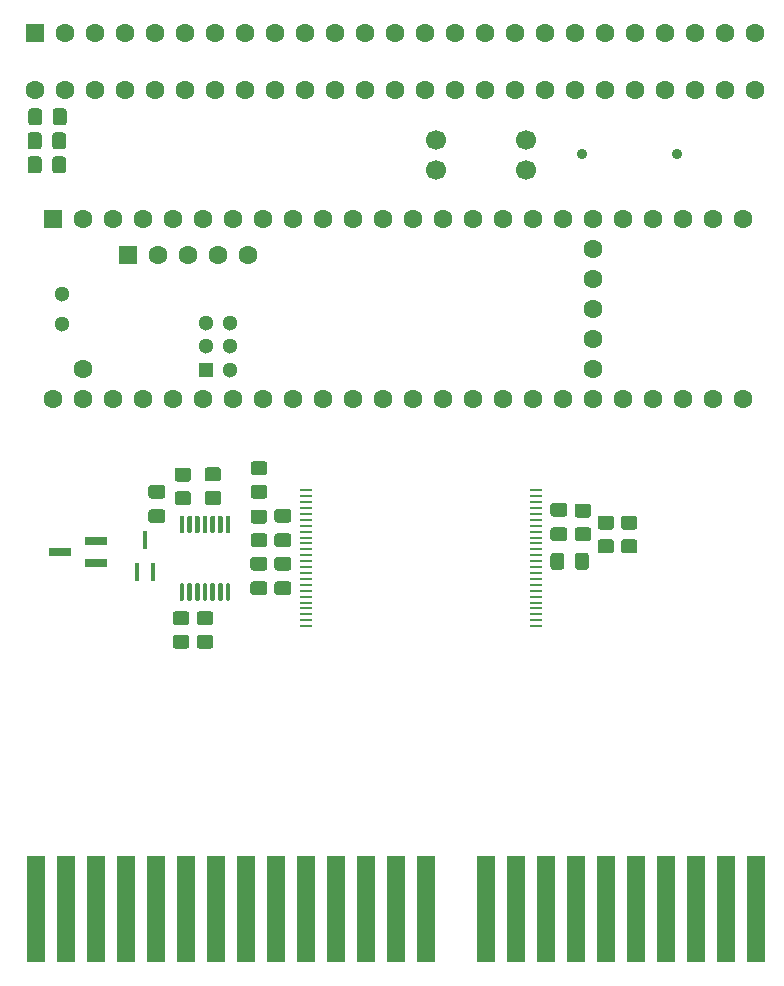
<source format=gbr>
G04 #@! TF.GenerationSoftware,KiCad,Pcbnew,(5.1.9)-1*
G04 #@! TF.CreationDate,2021-04-12T22:08:35-04:00*
G04 #@! TF.ProjectId,cartridge,63617274-7269-4646-9765-2e6b69636164,rev?*
G04 #@! TF.SameCoordinates,Original*
G04 #@! TF.FileFunction,Soldermask,Top*
G04 #@! TF.FilePolarity,Negative*
%FSLAX46Y46*%
G04 Gerber Fmt 4.6, Leading zero omitted, Abs format (unit mm)*
G04 Created by KiCad (PCBNEW (5.1.9)-1) date 2021-04-12 22:08:35*
%MOMM*%
%LPD*%
G01*
G04 APERTURE LIST*
%ADD10R,1.100000X0.250000*%
%ADD11C,1.600200*%
%ADD12R,1.524000X1.524000*%
%ADD13R,1.600000X9.000000*%
%ADD14R,1.900000X0.800000*%
%ADD15R,0.450000X1.500000*%
%ADD16C,1.700000*%
%ADD17C,0.900000*%
%ADD18C,1.600000*%
%ADD19R,1.600000X1.600000*%
%ADD20R,1.300000X1.300000*%
%ADD21C,1.300000*%
G04 APERTURE END LIST*
D10*
X142992900Y-113179300D03*
X142992900Y-112679300D03*
X142992900Y-112179300D03*
X142992900Y-111679300D03*
X142992900Y-111179300D03*
X142992900Y-110679300D03*
X142992900Y-110179300D03*
X142992900Y-109679300D03*
X142992900Y-109179300D03*
X142992900Y-108679300D03*
X142992900Y-108179300D03*
X142992900Y-107679300D03*
X142992900Y-107179300D03*
X142992900Y-106679300D03*
X142992900Y-106179300D03*
X142992900Y-105679300D03*
X142992900Y-105179300D03*
X142992900Y-104679300D03*
X142992900Y-104179300D03*
X142992900Y-103679300D03*
X142992900Y-103179300D03*
X142992900Y-102679300D03*
X142992900Y-102179300D03*
X162492900Y-101679300D03*
X162492900Y-102179300D03*
X162492900Y-102679300D03*
X162492900Y-103179300D03*
X162492900Y-103679300D03*
X162492900Y-104179300D03*
X162492900Y-104679300D03*
X162492900Y-105179300D03*
X162492900Y-105679300D03*
X162492900Y-106179300D03*
X162492900Y-106679300D03*
X162492900Y-107179300D03*
X162492900Y-107679300D03*
X162492900Y-108179300D03*
X162492900Y-108679300D03*
X162492900Y-109179300D03*
X162492900Y-109679300D03*
X162492900Y-110179300D03*
X162492900Y-110679300D03*
X162492900Y-111179300D03*
X162492900Y-111679300D03*
X162492900Y-112179300D03*
X162492900Y-112679300D03*
X142992900Y-101679300D03*
X162492900Y-113179300D03*
G36*
G01*
X167951999Y-105826000D02*
X168852001Y-105826000D01*
G75*
G02*
X169102000Y-106075999I0J-249999D01*
G01*
X169102000Y-106776001D01*
G75*
G02*
X168852001Y-107026000I-249999J0D01*
G01*
X167951999Y-107026000D01*
G75*
G02*
X167702000Y-106776001I0J249999D01*
G01*
X167702000Y-106075999D01*
G75*
G02*
X167951999Y-105826000I249999J0D01*
G01*
G37*
G36*
G01*
X167951999Y-103826000D02*
X168852001Y-103826000D01*
G75*
G02*
X169102000Y-104075999I0J-249999D01*
G01*
X169102000Y-104776001D01*
G75*
G02*
X168852001Y-105026000I-249999J0D01*
G01*
X167951999Y-105026000D01*
G75*
G02*
X167702000Y-104776001I0J249999D01*
G01*
X167702000Y-104075999D01*
G75*
G02*
X167951999Y-103826000I249999J0D01*
G01*
G37*
G36*
G01*
X169920499Y-103826000D02*
X170820501Y-103826000D01*
G75*
G02*
X171070500Y-104075999I0J-249999D01*
G01*
X171070500Y-104776001D01*
G75*
G02*
X170820501Y-105026000I-249999J0D01*
G01*
X169920499Y-105026000D01*
G75*
G02*
X169670500Y-104776001I0J249999D01*
G01*
X169670500Y-104075999D01*
G75*
G02*
X169920499Y-103826000I249999J0D01*
G01*
G37*
G36*
G01*
X169920499Y-105826000D02*
X170820501Y-105826000D01*
G75*
G02*
X171070500Y-106075999I0J-249999D01*
G01*
X171070500Y-106776001D01*
G75*
G02*
X170820501Y-107026000I-249999J0D01*
G01*
X169920499Y-107026000D01*
G75*
G02*
X169670500Y-106776001I0J249999D01*
G01*
X169670500Y-106075999D01*
G75*
G02*
X169920499Y-105826000I249999J0D01*
G01*
G37*
G36*
G01*
X166957500Y-107221000D02*
X166957500Y-108171000D01*
G75*
G02*
X166707500Y-108421000I-250000J0D01*
G01*
X166032500Y-108421000D01*
G75*
G02*
X165782500Y-108171000I0J250000D01*
G01*
X165782500Y-107221000D01*
G75*
G02*
X166032500Y-106971000I250000J0D01*
G01*
X166707500Y-106971000D01*
G75*
G02*
X166957500Y-107221000I0J-250000D01*
G01*
G37*
G36*
G01*
X164882500Y-107221000D02*
X164882500Y-108171000D01*
G75*
G02*
X164632500Y-108421000I-250000J0D01*
G01*
X163957500Y-108421000D01*
G75*
G02*
X163707500Y-108171000I0J250000D01*
G01*
X163707500Y-107221000D01*
G75*
G02*
X163957500Y-106971000I250000J0D01*
G01*
X164632500Y-106971000D01*
G75*
G02*
X164882500Y-107221000I0J-250000D01*
G01*
G37*
D11*
X181038500Y-67779900D03*
X178498500Y-67779900D03*
X175958500Y-67779900D03*
X173418500Y-67779900D03*
X170878500Y-67779900D03*
X168338500Y-67779900D03*
X165798500Y-67779900D03*
X163258500Y-67779900D03*
X160718500Y-67779900D03*
X158178500Y-67779900D03*
X155638500Y-67779900D03*
X153098500Y-67779900D03*
X150558500Y-67779900D03*
X148018500Y-67779900D03*
X145478500Y-67779900D03*
X142938500Y-67779900D03*
X140398500Y-67779900D03*
X137858500Y-67779900D03*
X135318500Y-67779900D03*
X132778500Y-67779900D03*
X130238500Y-67779900D03*
X127698500Y-67779900D03*
X125158500Y-67779900D03*
X122618500Y-67779900D03*
X120078500Y-67779900D03*
X181038500Y-62928500D03*
X178498500Y-62928500D03*
X175958500Y-62928500D03*
X173418500Y-62928500D03*
X170878500Y-62928500D03*
X168338500Y-62928500D03*
X165798500Y-62928500D03*
X163258500Y-62928500D03*
X160718500Y-62928500D03*
X158178500Y-62928500D03*
X155638500Y-62928500D03*
X153098500Y-62928500D03*
X150558500Y-62928500D03*
X148018500Y-62928500D03*
X145478500Y-62928500D03*
X142938500Y-62928500D03*
X140398500Y-62928500D03*
X137858500Y-62928500D03*
X135318500Y-62928500D03*
X132778500Y-62928500D03*
X130238500Y-62928500D03*
X127698500Y-62928500D03*
X125158500Y-62928500D03*
X122618500Y-62928500D03*
D12*
X120078500Y-62928500D03*
G36*
G01*
X138551900Y-107306800D02*
X139501900Y-107306800D01*
G75*
G02*
X139751900Y-107556800I0J-250000D01*
G01*
X139751900Y-108231800D01*
G75*
G02*
X139501900Y-108481800I-250000J0D01*
G01*
X138551900Y-108481800D01*
G75*
G02*
X138301900Y-108231800I0J250000D01*
G01*
X138301900Y-107556800D01*
G75*
G02*
X138551900Y-107306800I250000J0D01*
G01*
G37*
G36*
G01*
X138551900Y-109381800D02*
X139501900Y-109381800D01*
G75*
G02*
X139751900Y-109631800I0J-250000D01*
G01*
X139751900Y-110306800D01*
G75*
G02*
X139501900Y-110556800I-250000J0D01*
G01*
X138551900Y-110556800D01*
G75*
G02*
X138301900Y-110306800I0J250000D01*
G01*
X138301900Y-109631800D01*
G75*
G02*
X138551900Y-109381800I250000J0D01*
G01*
G37*
G36*
G01*
X140583900Y-107306800D02*
X141533900Y-107306800D01*
G75*
G02*
X141783900Y-107556800I0J-250000D01*
G01*
X141783900Y-108231800D01*
G75*
G02*
X141533900Y-108481800I-250000J0D01*
G01*
X140583900Y-108481800D01*
G75*
G02*
X140333900Y-108231800I0J250000D01*
G01*
X140333900Y-107556800D01*
G75*
G02*
X140583900Y-107306800I250000J0D01*
G01*
G37*
G36*
G01*
X140583900Y-109381800D02*
X141533900Y-109381800D01*
G75*
G02*
X141783900Y-109631800I0J-250000D01*
G01*
X141783900Y-110306800D01*
G75*
G02*
X141533900Y-110556800I-250000J0D01*
G01*
X140583900Y-110556800D01*
G75*
G02*
X140333900Y-110306800I0J250000D01*
G01*
X140333900Y-109631800D01*
G75*
G02*
X140583900Y-109381800I250000J0D01*
G01*
G37*
G36*
G01*
X130865900Y-102385800D02*
X129915900Y-102385800D01*
G75*
G02*
X129665900Y-102135800I0J250000D01*
G01*
X129665900Y-101460800D01*
G75*
G02*
X129915900Y-101210800I250000J0D01*
G01*
X130865900Y-101210800D01*
G75*
G02*
X131115900Y-101460800I0J-250000D01*
G01*
X131115900Y-102135800D01*
G75*
G02*
X130865900Y-102385800I-250000J0D01*
G01*
G37*
G36*
G01*
X130865900Y-104460800D02*
X129915900Y-104460800D01*
G75*
G02*
X129665900Y-104210800I0J250000D01*
G01*
X129665900Y-103535800D01*
G75*
G02*
X129915900Y-103285800I250000J0D01*
G01*
X130865900Y-103285800D01*
G75*
G02*
X131115900Y-103535800I0J-250000D01*
G01*
X131115900Y-104210800D01*
G75*
G02*
X130865900Y-104460800I-250000J0D01*
G01*
G37*
G36*
G01*
X141533900Y-106492800D02*
X140583900Y-106492800D01*
G75*
G02*
X140333900Y-106242800I0J250000D01*
G01*
X140333900Y-105567800D01*
G75*
G02*
X140583900Y-105317800I250000J0D01*
G01*
X141533900Y-105317800D01*
G75*
G02*
X141783900Y-105567800I0J-250000D01*
G01*
X141783900Y-106242800D01*
G75*
G02*
X141533900Y-106492800I-250000J0D01*
G01*
G37*
G36*
G01*
X141533900Y-104417800D02*
X140583900Y-104417800D01*
G75*
G02*
X140333900Y-104167800I0J250000D01*
G01*
X140333900Y-103492800D01*
G75*
G02*
X140583900Y-103242800I250000J0D01*
G01*
X141533900Y-103242800D01*
G75*
G02*
X141783900Y-103492800I0J-250000D01*
G01*
X141783900Y-104167800D01*
G75*
G02*
X141533900Y-104417800I-250000J0D01*
G01*
G37*
G36*
G01*
X121523000Y-74604900D02*
X121523000Y-73654900D01*
G75*
G02*
X121773000Y-73404900I250000J0D01*
G01*
X122448000Y-73404900D01*
G75*
G02*
X122698000Y-73654900I0J-250000D01*
G01*
X122698000Y-74604900D01*
G75*
G02*
X122448000Y-74854900I-250000J0D01*
G01*
X121773000Y-74854900D01*
G75*
G02*
X121523000Y-74604900I0J250000D01*
G01*
G37*
G36*
G01*
X119448000Y-74604900D02*
X119448000Y-73654900D01*
G75*
G02*
X119698000Y-73404900I250000J0D01*
G01*
X120373000Y-73404900D01*
G75*
G02*
X120623000Y-73654900I0J-250000D01*
G01*
X120623000Y-74604900D01*
G75*
G02*
X120373000Y-74854900I-250000J0D01*
G01*
X119698000Y-74854900D01*
G75*
G02*
X119448000Y-74604900I0J250000D01*
G01*
G37*
G36*
G01*
X121523000Y-72572900D02*
X121523000Y-71622900D01*
G75*
G02*
X121773000Y-71372900I250000J0D01*
G01*
X122448000Y-71372900D01*
G75*
G02*
X122698000Y-71622900I0J-250000D01*
G01*
X122698000Y-72572900D01*
G75*
G02*
X122448000Y-72822900I-250000J0D01*
G01*
X121773000Y-72822900D01*
G75*
G02*
X121523000Y-72572900I0J250000D01*
G01*
G37*
G36*
G01*
X119448000Y-72572900D02*
X119448000Y-71622900D01*
G75*
G02*
X119698000Y-71372900I250000J0D01*
G01*
X120373000Y-71372900D01*
G75*
G02*
X120623000Y-71622900I0J-250000D01*
G01*
X120623000Y-72572900D01*
G75*
G02*
X120373000Y-72822900I-250000J0D01*
G01*
X119698000Y-72822900D01*
G75*
G02*
X119448000Y-72572900I0J250000D01*
G01*
G37*
G36*
G01*
X119491000Y-70540900D02*
X119491000Y-69590900D01*
G75*
G02*
X119741000Y-69340900I250000J0D01*
G01*
X120416000Y-69340900D01*
G75*
G02*
X120666000Y-69590900I0J-250000D01*
G01*
X120666000Y-70540900D01*
G75*
G02*
X120416000Y-70790900I-250000J0D01*
G01*
X119741000Y-70790900D01*
G75*
G02*
X119491000Y-70540900I0J250000D01*
G01*
G37*
G36*
G01*
X121566000Y-70540900D02*
X121566000Y-69590900D01*
G75*
G02*
X121816000Y-69340900I250000J0D01*
G01*
X122491000Y-69340900D01*
G75*
G02*
X122741000Y-69590900I0J-250000D01*
G01*
X122741000Y-70540900D01*
G75*
G02*
X122491000Y-70790900I-250000J0D01*
G01*
X121816000Y-70790900D01*
G75*
G02*
X121566000Y-70540900I0J250000D01*
G01*
G37*
G36*
G01*
X163951900Y-104809800D02*
X164901900Y-104809800D01*
G75*
G02*
X165151900Y-105059800I0J-250000D01*
G01*
X165151900Y-105734800D01*
G75*
G02*
X164901900Y-105984800I-250000J0D01*
G01*
X163951900Y-105984800D01*
G75*
G02*
X163701900Y-105734800I0J250000D01*
G01*
X163701900Y-105059800D01*
G75*
G02*
X163951900Y-104809800I250000J0D01*
G01*
G37*
G36*
G01*
X163951900Y-102734800D02*
X164901900Y-102734800D01*
G75*
G02*
X165151900Y-102984800I0J-250000D01*
G01*
X165151900Y-103659800D01*
G75*
G02*
X164901900Y-103909800I-250000J0D01*
G01*
X163951900Y-103909800D01*
G75*
G02*
X163701900Y-103659800I0J250000D01*
G01*
X163701900Y-102984800D01*
G75*
G02*
X163951900Y-102734800I250000J0D01*
G01*
G37*
D13*
X120142000Y-137160000D03*
X122682000Y-137160000D03*
X125222000Y-137160000D03*
X127762000Y-137160000D03*
X130302000Y-137160000D03*
X132842000Y-137160000D03*
X135382000Y-137160000D03*
X137922000Y-137160000D03*
X140462000Y-137160000D03*
X143002000Y-137160000D03*
X145542000Y-137160000D03*
X148082000Y-137160000D03*
X150622000Y-137160000D03*
X153162000Y-137160000D03*
X158242000Y-137160000D03*
X160782000Y-137160000D03*
X163322000Y-137160000D03*
X165862000Y-137160000D03*
X168402000Y-137160000D03*
X170942000Y-137160000D03*
X173482000Y-137160000D03*
X176022000Y-137160000D03*
X178562000Y-137160000D03*
X181102000Y-137160000D03*
D14*
X125222000Y-107871300D03*
X125222000Y-105971300D03*
X122222000Y-106921300D03*
D15*
X128724900Y-108565300D03*
X130024900Y-108565300D03*
X129374900Y-105905300D03*
G36*
G01*
X132872901Y-113109300D02*
X131972899Y-113109300D01*
G75*
G02*
X131722900Y-112859301I0J249999D01*
G01*
X131722900Y-112159299D01*
G75*
G02*
X131972899Y-111909300I249999J0D01*
G01*
X132872901Y-111909300D01*
G75*
G02*
X133122900Y-112159299I0J-249999D01*
G01*
X133122900Y-112859301D01*
G75*
G02*
X132872901Y-113109300I-249999J0D01*
G01*
G37*
G36*
G01*
X132872901Y-115109300D02*
X131972899Y-115109300D01*
G75*
G02*
X131722900Y-114859301I0J249999D01*
G01*
X131722900Y-114159299D01*
G75*
G02*
X131972899Y-113909300I249999J0D01*
G01*
X132872901Y-113909300D01*
G75*
G02*
X133122900Y-114159299I0J-249999D01*
G01*
X133122900Y-114859301D01*
G75*
G02*
X132872901Y-115109300I-249999J0D01*
G01*
G37*
G36*
G01*
X134904901Y-115109300D02*
X134004899Y-115109300D01*
G75*
G02*
X133754900Y-114859301I0J249999D01*
G01*
X133754900Y-114159299D01*
G75*
G02*
X134004899Y-113909300I249999J0D01*
G01*
X134904901Y-113909300D01*
G75*
G02*
X135154900Y-114159299I0J-249999D01*
G01*
X135154900Y-114859301D01*
G75*
G02*
X134904901Y-115109300I-249999J0D01*
G01*
G37*
G36*
G01*
X134904901Y-113109300D02*
X134004899Y-113109300D01*
G75*
G02*
X133754900Y-112859301I0J249999D01*
G01*
X133754900Y-112159299D01*
G75*
G02*
X134004899Y-111909300I249999J0D01*
G01*
X134904901Y-111909300D01*
G75*
G02*
X135154900Y-112159299I0J-249999D01*
G01*
X135154900Y-112859301D01*
G75*
G02*
X134904901Y-113109300I-249999J0D01*
G01*
G37*
G36*
G01*
X134677999Y-101730000D02*
X135578001Y-101730000D01*
G75*
G02*
X135828000Y-101979999I0J-249999D01*
G01*
X135828000Y-102680001D01*
G75*
G02*
X135578001Y-102930000I-249999J0D01*
G01*
X134677999Y-102930000D01*
G75*
G02*
X134428000Y-102680001I0J249999D01*
G01*
X134428000Y-101979999D01*
G75*
G02*
X134677999Y-101730000I249999J0D01*
G01*
G37*
G36*
G01*
X134677999Y-99730000D02*
X135578001Y-99730000D01*
G75*
G02*
X135828000Y-99979999I0J-249999D01*
G01*
X135828000Y-100680001D01*
G75*
G02*
X135578001Y-100930000I-249999J0D01*
G01*
X134677999Y-100930000D01*
G75*
G02*
X134428000Y-100680001I0J249999D01*
G01*
X134428000Y-99979999D01*
G75*
G02*
X134677999Y-99730000I249999J0D01*
G01*
G37*
G36*
G01*
X132137999Y-99749300D02*
X133038001Y-99749300D01*
G75*
G02*
X133288000Y-99999299I0J-249999D01*
G01*
X133288000Y-100699301D01*
G75*
G02*
X133038001Y-100949300I-249999J0D01*
G01*
X132137999Y-100949300D01*
G75*
G02*
X131888000Y-100699301I0J249999D01*
G01*
X131888000Y-99999299D01*
G75*
G02*
X132137999Y-99749300I249999J0D01*
G01*
G37*
G36*
G01*
X132137999Y-101749300D02*
X133038001Y-101749300D01*
G75*
G02*
X133288000Y-101999299I0J-249999D01*
G01*
X133288000Y-102699301D01*
G75*
G02*
X133038001Y-102949300I-249999J0D01*
G01*
X132137999Y-102949300D01*
G75*
G02*
X131888000Y-102699301I0J249999D01*
G01*
X131888000Y-101999299D01*
G75*
G02*
X132137999Y-101749300I249999J0D01*
G01*
G37*
G36*
G01*
X138576899Y-105305300D02*
X139476901Y-105305300D01*
G75*
G02*
X139726900Y-105555299I0J-249999D01*
G01*
X139726900Y-106255301D01*
G75*
G02*
X139476901Y-106505300I-249999J0D01*
G01*
X138576899Y-106505300D01*
G75*
G02*
X138326900Y-106255301I0J249999D01*
G01*
X138326900Y-105555299D01*
G75*
G02*
X138576899Y-105305300I249999J0D01*
G01*
G37*
G36*
G01*
X138576899Y-103305300D02*
X139476901Y-103305300D01*
G75*
G02*
X139726900Y-103555299I0J-249999D01*
G01*
X139726900Y-104255301D01*
G75*
G02*
X139476901Y-104505300I-249999J0D01*
G01*
X138576899Y-104505300D01*
G75*
G02*
X138326900Y-104255301I0J249999D01*
G01*
X138326900Y-103555299D01*
G75*
G02*
X138576899Y-103305300I249999J0D01*
G01*
G37*
G36*
G01*
X139476901Y-102409300D02*
X138576899Y-102409300D01*
G75*
G02*
X138326900Y-102159301I0J249999D01*
G01*
X138326900Y-101459299D01*
G75*
G02*
X138576899Y-101209300I249999J0D01*
G01*
X139476901Y-101209300D01*
G75*
G02*
X139726900Y-101459299I0J-249999D01*
G01*
X139726900Y-102159301D01*
G75*
G02*
X139476901Y-102409300I-249999J0D01*
G01*
G37*
G36*
G01*
X139476901Y-100409300D02*
X138576899Y-100409300D01*
G75*
G02*
X138326900Y-100159301I0J249999D01*
G01*
X138326900Y-99459299D01*
G75*
G02*
X138576899Y-99209300I249999J0D01*
G01*
X139476901Y-99209300D01*
G75*
G02*
X139726900Y-99459299I0J-249999D01*
G01*
X139726900Y-100159301D01*
G75*
G02*
X139476901Y-100409300I-249999J0D01*
G01*
G37*
G36*
G01*
X166008899Y-102797300D02*
X166908901Y-102797300D01*
G75*
G02*
X167158900Y-103047299I0J-249999D01*
G01*
X167158900Y-103747301D01*
G75*
G02*
X166908901Y-103997300I-249999J0D01*
G01*
X166008899Y-103997300D01*
G75*
G02*
X165758900Y-103747301I0J249999D01*
G01*
X165758900Y-103047299D01*
G75*
G02*
X166008899Y-102797300I249999J0D01*
G01*
G37*
G36*
G01*
X166008899Y-104797300D02*
X166908901Y-104797300D01*
G75*
G02*
X167158900Y-105047299I0J-249999D01*
G01*
X167158900Y-105747301D01*
G75*
G02*
X166908901Y-105997300I-249999J0D01*
G01*
X166008899Y-105997300D01*
G75*
G02*
X165758900Y-105747301I0J249999D01*
G01*
X165758900Y-105047299D01*
G75*
G02*
X166008899Y-104797300I249999J0D01*
G01*
G37*
D16*
X154051000Y-72009000D03*
X161671000Y-72009000D03*
X161671000Y-74549000D03*
X154051000Y-74549000D03*
D17*
X174386000Y-73184000D03*
X166386000Y-73184000D03*
D18*
X124142500Y-91376500D03*
X138061700Y-81727300D03*
X135521700Y-81727300D03*
X132981700Y-81727300D03*
X130441700Y-81727300D03*
D19*
X127901700Y-81727300D03*
D18*
X121602500Y-93916500D03*
X124142500Y-93916500D03*
X126682500Y-93916500D03*
X129222500Y-93916500D03*
X131762500Y-93916500D03*
X134302500Y-93916500D03*
X136842500Y-93916500D03*
X139382500Y-93916500D03*
X141922500Y-93916500D03*
X144462500Y-93916500D03*
X147002500Y-93916500D03*
X149542500Y-93916500D03*
X152082500Y-93916500D03*
X154622500Y-93916500D03*
D19*
X121602500Y-78676500D03*
D18*
X124142500Y-78676500D03*
X126682500Y-78676500D03*
X129222500Y-78676500D03*
X131762500Y-78676500D03*
X134302500Y-78676500D03*
X136842500Y-78676500D03*
X139382500Y-78676500D03*
X141922500Y-78676500D03*
X144462500Y-78676500D03*
X147002500Y-78676500D03*
X149542500Y-78676500D03*
X152082500Y-78676500D03*
X157162500Y-93916500D03*
X159702500Y-93916500D03*
X162242500Y-93916500D03*
X164782500Y-93916500D03*
X167322500Y-93916500D03*
X169862500Y-93916500D03*
X172402500Y-93916500D03*
X174942500Y-93916500D03*
X177482500Y-93916500D03*
X180022500Y-93916500D03*
X180022500Y-78676500D03*
X177482500Y-78676500D03*
X174942500Y-78676500D03*
X172402500Y-78676500D03*
X154622500Y-78676500D03*
X157162500Y-78676500D03*
X159702500Y-78676500D03*
X169862500Y-78676500D03*
X167322500Y-78676500D03*
X164782500Y-78676500D03*
X162242500Y-78676500D03*
D20*
X134572500Y-91478100D03*
D21*
X136572500Y-91478100D03*
X134572500Y-89478100D03*
X136572500Y-89478100D03*
X136572500Y-87478100D03*
X134572500Y-87478100D03*
D18*
X167322500Y-81216500D03*
X167322500Y-83756500D03*
X167322500Y-86296500D03*
X167322500Y-88836500D03*
X167322500Y-91376500D03*
D21*
X122332500Y-85026500D03*
X122332500Y-87566500D03*
G36*
G01*
X132604900Y-111029300D02*
X132404900Y-111029300D01*
G75*
G02*
X132304900Y-110929300I0J100000D01*
G01*
X132304900Y-109654300D01*
G75*
G02*
X132404900Y-109554300I100000J0D01*
G01*
X132604900Y-109554300D01*
G75*
G02*
X132704900Y-109654300I0J-100000D01*
G01*
X132704900Y-110929300D01*
G75*
G02*
X132604900Y-111029300I-100000J0D01*
G01*
G37*
G36*
G01*
X133254900Y-111029300D02*
X133054900Y-111029300D01*
G75*
G02*
X132954900Y-110929300I0J100000D01*
G01*
X132954900Y-109654300D01*
G75*
G02*
X133054900Y-109554300I100000J0D01*
G01*
X133254900Y-109554300D01*
G75*
G02*
X133354900Y-109654300I0J-100000D01*
G01*
X133354900Y-110929300D01*
G75*
G02*
X133254900Y-111029300I-100000J0D01*
G01*
G37*
G36*
G01*
X133904900Y-111029300D02*
X133704900Y-111029300D01*
G75*
G02*
X133604900Y-110929300I0J100000D01*
G01*
X133604900Y-109654300D01*
G75*
G02*
X133704900Y-109554300I100000J0D01*
G01*
X133904900Y-109554300D01*
G75*
G02*
X134004900Y-109654300I0J-100000D01*
G01*
X134004900Y-110929300D01*
G75*
G02*
X133904900Y-111029300I-100000J0D01*
G01*
G37*
G36*
G01*
X134554900Y-111029300D02*
X134354900Y-111029300D01*
G75*
G02*
X134254900Y-110929300I0J100000D01*
G01*
X134254900Y-109654300D01*
G75*
G02*
X134354900Y-109554300I100000J0D01*
G01*
X134554900Y-109554300D01*
G75*
G02*
X134654900Y-109654300I0J-100000D01*
G01*
X134654900Y-110929300D01*
G75*
G02*
X134554900Y-111029300I-100000J0D01*
G01*
G37*
G36*
G01*
X135204900Y-111029300D02*
X135004900Y-111029300D01*
G75*
G02*
X134904900Y-110929300I0J100000D01*
G01*
X134904900Y-109654300D01*
G75*
G02*
X135004900Y-109554300I100000J0D01*
G01*
X135204900Y-109554300D01*
G75*
G02*
X135304900Y-109654300I0J-100000D01*
G01*
X135304900Y-110929300D01*
G75*
G02*
X135204900Y-111029300I-100000J0D01*
G01*
G37*
G36*
G01*
X135854900Y-111029300D02*
X135654900Y-111029300D01*
G75*
G02*
X135554900Y-110929300I0J100000D01*
G01*
X135554900Y-109654300D01*
G75*
G02*
X135654900Y-109554300I100000J0D01*
G01*
X135854900Y-109554300D01*
G75*
G02*
X135954900Y-109654300I0J-100000D01*
G01*
X135954900Y-110929300D01*
G75*
G02*
X135854900Y-111029300I-100000J0D01*
G01*
G37*
G36*
G01*
X136504900Y-111029300D02*
X136304900Y-111029300D01*
G75*
G02*
X136204900Y-110929300I0J100000D01*
G01*
X136204900Y-109654300D01*
G75*
G02*
X136304900Y-109554300I100000J0D01*
G01*
X136504900Y-109554300D01*
G75*
G02*
X136604900Y-109654300I0J-100000D01*
G01*
X136604900Y-110929300D01*
G75*
G02*
X136504900Y-111029300I-100000J0D01*
G01*
G37*
G36*
G01*
X136504900Y-105304300D02*
X136304900Y-105304300D01*
G75*
G02*
X136204900Y-105204300I0J100000D01*
G01*
X136204900Y-103929300D01*
G75*
G02*
X136304900Y-103829300I100000J0D01*
G01*
X136504900Y-103829300D01*
G75*
G02*
X136604900Y-103929300I0J-100000D01*
G01*
X136604900Y-105204300D01*
G75*
G02*
X136504900Y-105304300I-100000J0D01*
G01*
G37*
G36*
G01*
X135854900Y-105304300D02*
X135654900Y-105304300D01*
G75*
G02*
X135554900Y-105204300I0J100000D01*
G01*
X135554900Y-103929300D01*
G75*
G02*
X135654900Y-103829300I100000J0D01*
G01*
X135854900Y-103829300D01*
G75*
G02*
X135954900Y-103929300I0J-100000D01*
G01*
X135954900Y-105204300D01*
G75*
G02*
X135854900Y-105304300I-100000J0D01*
G01*
G37*
G36*
G01*
X135204900Y-105304300D02*
X135004900Y-105304300D01*
G75*
G02*
X134904900Y-105204300I0J100000D01*
G01*
X134904900Y-103929300D01*
G75*
G02*
X135004900Y-103829300I100000J0D01*
G01*
X135204900Y-103829300D01*
G75*
G02*
X135304900Y-103929300I0J-100000D01*
G01*
X135304900Y-105204300D01*
G75*
G02*
X135204900Y-105304300I-100000J0D01*
G01*
G37*
G36*
G01*
X134554900Y-105304300D02*
X134354900Y-105304300D01*
G75*
G02*
X134254900Y-105204300I0J100000D01*
G01*
X134254900Y-103929300D01*
G75*
G02*
X134354900Y-103829300I100000J0D01*
G01*
X134554900Y-103829300D01*
G75*
G02*
X134654900Y-103929300I0J-100000D01*
G01*
X134654900Y-105204300D01*
G75*
G02*
X134554900Y-105304300I-100000J0D01*
G01*
G37*
G36*
G01*
X133904900Y-105304300D02*
X133704900Y-105304300D01*
G75*
G02*
X133604900Y-105204300I0J100000D01*
G01*
X133604900Y-103929300D01*
G75*
G02*
X133704900Y-103829300I100000J0D01*
G01*
X133904900Y-103829300D01*
G75*
G02*
X134004900Y-103929300I0J-100000D01*
G01*
X134004900Y-105204300D01*
G75*
G02*
X133904900Y-105304300I-100000J0D01*
G01*
G37*
G36*
G01*
X133254900Y-105304300D02*
X133054900Y-105304300D01*
G75*
G02*
X132954900Y-105204300I0J100000D01*
G01*
X132954900Y-103929300D01*
G75*
G02*
X133054900Y-103829300I100000J0D01*
G01*
X133254900Y-103829300D01*
G75*
G02*
X133354900Y-103929300I0J-100000D01*
G01*
X133354900Y-105204300D01*
G75*
G02*
X133254900Y-105304300I-100000J0D01*
G01*
G37*
G36*
G01*
X132604900Y-105304300D02*
X132404900Y-105304300D01*
G75*
G02*
X132304900Y-105204300I0J100000D01*
G01*
X132304900Y-103929300D01*
G75*
G02*
X132404900Y-103829300I100000J0D01*
G01*
X132604900Y-103829300D01*
G75*
G02*
X132704900Y-103929300I0J-100000D01*
G01*
X132704900Y-105204300D01*
G75*
G02*
X132604900Y-105304300I-100000J0D01*
G01*
G37*
M02*

</source>
